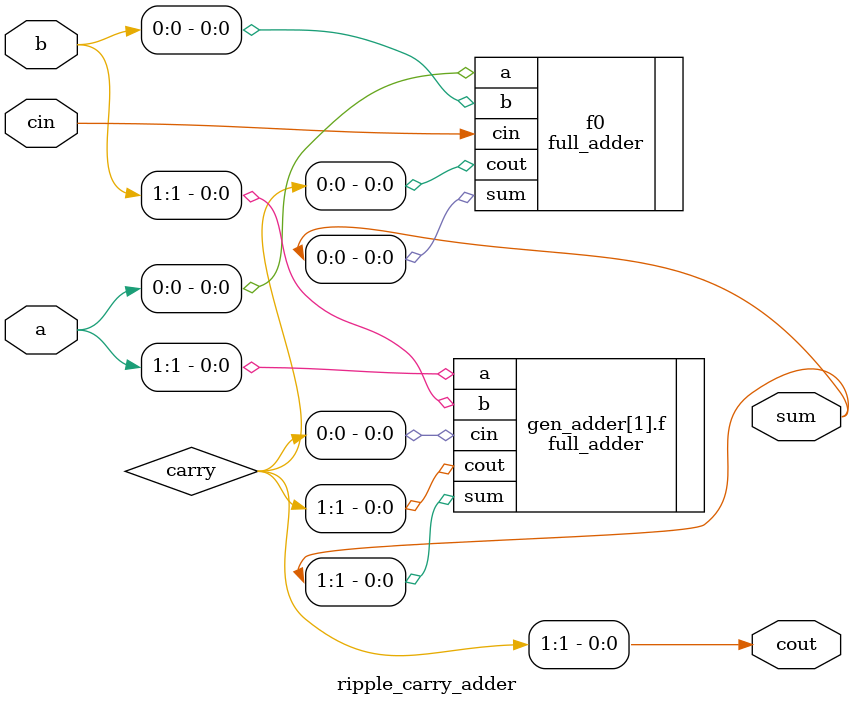
<source format=v>
module ripple_carry_adder #(parameter N = 2) (
    input wire [N-1:0] a, 
    input wire [N-1:0] b, 
    input wire cin,
    output wire [N-1:0] sum, 
    output wire cout
);
    wire [N-1:0] carry; // Internal carry signals

    full_adder f0 (
        .a(a[0]),
        .b(b[0]),
        .cin(cin),
        .sum(sum[0]),
        .cout(carry[0])
    ); // Module

    genvar i;
    generate
        for (i = 1; i < N; i=i+1) begin : gen_adder
            full_adder f (
                .a(a[i]),
                .b(b[i]),
                .cin(carry[i-1]),
                .sum(sum[i]),
                .cout(carry[i])
            ); // Module
        end
    endgenerate

    assign cout = carry[N-1];
endmodule
</source>
